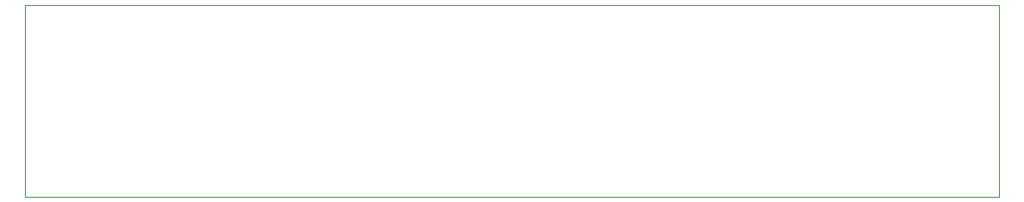
<source format=gbr>
G04 #@! TF.GenerationSoftware,KiCad,Pcbnew,6.0.0-unknown-cbea514~86~ubuntu18.04.1*
G04 #@! TF.CreationDate,2019-06-03T21:41:18+01:00*
G04 #@! TF.ProjectId,keyb,6b657962-2e6b-4696-9361-645f70636258,rev?*
G04 #@! TF.SameCoordinates,Original*
G04 #@! TF.FileFunction,Profile,NP*
%FSLAX46Y46*%
G04 Gerber Fmt 4.6, Leading zero omitted, Abs format (unit mm)*
G04 Created by KiCad (PCBNEW 6.0.0-unknown-cbea514~86~ubuntu18.04.1) date 2019-06-03 21:41:18*
%MOMM*%
%LPD*%
G04 APERTURE LIST*
%ADD10C,0.050000*%
G04 APERTURE END LIST*
D10*
X115595400Y-101650800D02*
X96316800Y-101650800D01*
X115570000Y-82727800D02*
X115595400Y-101650800D01*
X96316800Y-82753200D02*
X115570000Y-82727800D01*
X19685000Y-82753200D02*
X19685000Y-101650800D01*
X96316800Y-82753200D02*
X19685000Y-82753200D01*
X19685000Y-101650800D02*
X96316800Y-101650800D01*
M02*

</source>
